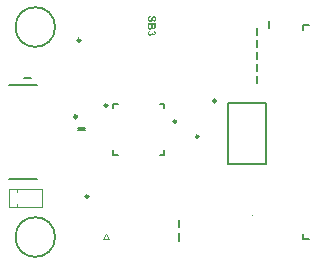
<source format=gto>
G04 Layer_Color=65535*
%FSLAX24Y24*%
%MOIN*%
G70*
G01*
G75*
%ADD10C,0.0060*%
%ADD54C,0.0039*%
%ADD55C,0.0098*%
%ADD56C,0.0040*%
%ADD57C,0.0040*%
%ADD58C,0.0030*%
%ADD59C,0.0079*%
G36*
X5017Y3519D02*
Y3519D01*
Y3518D01*
Y3516D01*
Y3514D01*
Y3512D01*
X5017Y3509D01*
Y3506D01*
X5017Y3502D01*
X5016Y3495D01*
X5016Y3487D01*
X5016Y3484D01*
X5015Y3480D01*
X5015Y3477D01*
X5014Y3474D01*
Y3474D01*
X5014Y3473D01*
Y3473D01*
X5014Y3472D01*
X5014Y3470D01*
X5013Y3469D01*
X5012Y3465D01*
X5011Y3461D01*
X5009Y3457D01*
X5007Y3452D01*
X5004Y3447D01*
Y3447D01*
X5003Y3447D01*
X5003Y3446D01*
X5002Y3445D01*
X5001Y3443D01*
X4998Y3441D01*
X4995Y3437D01*
X4992Y3434D01*
X4987Y3431D01*
X4983Y3428D01*
X4982D01*
X4982Y3427D01*
X4981Y3427D01*
X4980Y3426D01*
X4979Y3426D01*
X4978Y3425D01*
X4976Y3425D01*
X4974Y3424D01*
X4969Y3422D01*
X4964Y3421D01*
X4959Y3420D01*
X4953Y3420D01*
X4951D01*
X4950Y3420D01*
X4948D01*
X4946Y3420D01*
X4944Y3421D01*
X4942Y3421D01*
X4937Y3422D01*
X4931Y3424D01*
X4925Y3426D01*
X4922Y3428D01*
X4920Y3430D01*
X4919Y3430D01*
X4919Y3430D01*
X4918Y3431D01*
X4917Y3431D01*
X4916Y3432D01*
X4914Y3434D01*
X4911Y3436D01*
X4908Y3440D01*
X4904Y3445D01*
X4900Y3450D01*
X4897Y3456D01*
Y3456D01*
X4897Y3455D01*
X4896Y3454D01*
X4896Y3452D01*
X4895Y3450D01*
X4894Y3448D01*
X4893Y3445D01*
X4892Y3442D01*
X4888Y3437D01*
X4886Y3434D01*
X4884Y3431D01*
X4882Y3428D01*
X4880Y3425D01*
X4877Y3423D01*
X4874Y3420D01*
X4874Y3420D01*
X4873Y3419D01*
X4872Y3419D01*
X4871Y3418D01*
X4869Y3417D01*
X4868Y3416D01*
X4865Y3415D01*
X4863Y3414D01*
X4860Y3413D01*
X4857Y3411D01*
X4854Y3410D01*
X4851Y3409D01*
X4847Y3409D01*
X4843Y3408D01*
X4840Y3408D01*
X4836Y3407D01*
X4834D01*
X4833Y3408D01*
X4831D01*
X4829Y3408D01*
X4827Y3408D01*
X4825Y3408D01*
X4820Y3409D01*
X4814Y3411D01*
X4808Y3413D01*
X4801Y3415D01*
X4801D01*
X4801Y3416D01*
X4800Y3416D01*
X4799Y3417D01*
X4797Y3418D01*
X4796Y3419D01*
X4792Y3421D01*
X4788Y3424D01*
X4784Y3428D01*
X4779Y3433D01*
X4775Y3438D01*
Y3438D01*
X4775Y3438D01*
X4774Y3439D01*
X4774Y3440D01*
X4773Y3442D01*
X4772Y3443D01*
X4771Y3445D01*
X4770Y3447D01*
X4769Y3450D01*
X4768Y3452D01*
X4767Y3455D01*
X4766Y3458D01*
X4764Y3465D01*
X4763Y3472D01*
Y3472D01*
Y3473D01*
X4763Y3474D01*
Y3475D01*
X4763Y3477D01*
Y3479D01*
X4763Y3482D01*
X4762Y3485D01*
Y3489D01*
X4762Y3493D01*
X4762Y3498D01*
Y3504D01*
X4762Y3510D01*
Y3518D01*
X4761Y3526D01*
Y3530D01*
Y3534D01*
Y3621D01*
X5017D01*
Y3519D01*
D02*
G37*
G36*
X4835Y3329D02*
X4835D01*
X4834Y3329D01*
X4833D01*
X4832Y3328D01*
X4830Y3328D01*
X4829Y3327D01*
X4825Y3326D01*
X4820Y3325D01*
X4816Y3323D01*
X4811Y3320D01*
X4807Y3317D01*
Y3316D01*
X4807Y3316D01*
X4806Y3316D01*
X4806Y3315D01*
X4804Y3313D01*
X4802Y3310D01*
X4801Y3306D01*
X4799Y3302D01*
X4798Y3298D01*
X4798Y3295D01*
X4798Y3293D01*
Y3292D01*
Y3292D01*
Y3291D01*
X4798Y3290D01*
X4798Y3289D01*
X4798Y3287D01*
X4799Y3284D01*
X4800Y3280D01*
X4802Y3275D01*
X4804Y3273D01*
X4805Y3271D01*
X4807Y3269D01*
X4809Y3267D01*
X4809Y3267D01*
X4810Y3267D01*
X4810Y3266D01*
X4811Y3265D01*
X4812Y3264D01*
X4814Y3264D01*
X4815Y3263D01*
X4817Y3262D01*
X4819Y3261D01*
X4822Y3260D01*
X4824Y3259D01*
X4827Y3258D01*
X4830Y3258D01*
X4833Y3257D01*
X4837Y3257D01*
X4840Y3257D01*
X4842D01*
X4843Y3257D01*
X4845D01*
X4847Y3257D01*
X4851Y3258D01*
X4855Y3259D01*
X4860Y3261D01*
X4865Y3263D01*
X4867Y3265D01*
X4869Y3267D01*
X4870Y3267D01*
X4870Y3267D01*
X4870Y3268D01*
X4871Y3268D01*
X4873Y3270D01*
X4875Y3273D01*
X4877Y3277D01*
X4879Y3281D01*
X4880Y3286D01*
X4880Y3288D01*
X4880Y3291D01*
Y3291D01*
Y3293D01*
X4880Y3294D01*
X4880Y3297D01*
X4880Y3300D01*
X4879Y3304D01*
X4878Y3309D01*
X4877Y3313D01*
X4917Y3308D01*
Y3308D01*
Y3307D01*
Y3306D01*
Y3305D01*
X4917Y3303D01*
Y3301D01*
X4917Y3299D01*
X4917Y3297D01*
X4919Y3292D01*
X4920Y3287D01*
X4922Y3282D01*
X4924Y3280D01*
X4925Y3278D01*
X4925Y3277D01*
X4926Y3277D01*
X4927Y3276D01*
X4929Y3274D01*
X4932Y3272D01*
X4935Y3270D01*
X4939Y3269D01*
X4944Y3267D01*
X4947Y3267D01*
X4950Y3267D01*
X4951D01*
X4952Y3267D01*
X4954Y3267D01*
X4957Y3268D01*
X4960Y3269D01*
X4964Y3270D01*
X4967Y3272D01*
X4970Y3275D01*
X4971Y3275D01*
X4971Y3276D01*
X4973Y3278D01*
X4974Y3280D01*
X4975Y3283D01*
X4977Y3286D01*
X4977Y3290D01*
X4978Y3295D01*
Y3295D01*
Y3296D01*
Y3296D01*
X4978Y3297D01*
X4977Y3300D01*
X4977Y3302D01*
X4976Y3306D01*
X4974Y3310D01*
X4972Y3313D01*
X4969Y3317D01*
X4969Y3317D01*
X4967Y3318D01*
X4966Y3320D01*
X4963Y3321D01*
X4959Y3323D01*
X4955Y3325D01*
X4950Y3326D01*
X4944Y3327D01*
X4951Y3372D01*
X4951D01*
X4952Y3372D01*
X4953Y3372D01*
X4955Y3372D01*
X4957Y3371D01*
X4959Y3371D01*
X4962Y3370D01*
X4964Y3369D01*
X4971Y3367D01*
X4977Y3364D01*
X4983Y3362D01*
X4985Y3360D01*
X4988Y3358D01*
X4988Y3358D01*
X4989Y3358D01*
X4989Y3357D01*
X4990Y3357D01*
X4992Y3356D01*
X4993Y3354D01*
X4996Y3352D01*
X5000Y3348D01*
X5003Y3343D01*
X5007Y3338D01*
X5010Y3332D01*
Y3332D01*
X5010Y3331D01*
X5011Y3330D01*
X5011Y3329D01*
X5012Y3327D01*
X5013Y3325D01*
X5013Y3323D01*
X5014Y3321D01*
X5015Y3318D01*
X5016Y3315D01*
X5017Y3309D01*
X5018Y3301D01*
X5018Y3294D01*
Y3294D01*
Y3293D01*
Y3292D01*
X5018Y3290D01*
X5018Y3288D01*
X5018Y3285D01*
X5017Y3281D01*
X5016Y3277D01*
X5015Y3273D01*
X5014Y3268D01*
X5013Y3264D01*
X5011Y3259D01*
X5008Y3254D01*
X5006Y3249D01*
X5003Y3245D01*
X4999Y3240D01*
X4995Y3236D01*
X4995Y3236D01*
X4994Y3235D01*
X4993Y3234D01*
X4992Y3233D01*
X4990Y3232D01*
X4988Y3230D01*
X4985Y3229D01*
X4983Y3227D01*
X4980Y3225D01*
X4976Y3223D01*
X4973Y3222D01*
X4969Y3221D01*
X4965Y3220D01*
X4961Y3219D01*
X4957Y3218D01*
X4952Y3218D01*
X4951D01*
X4949Y3218D01*
X4947Y3218D01*
X4944Y3219D01*
X4941Y3220D01*
X4937Y3221D01*
X4933Y3222D01*
X4929Y3224D01*
X4925Y3227D01*
X4920Y3230D01*
X4916Y3233D01*
X4911Y3238D01*
X4907Y3243D01*
X4903Y3248D01*
X4901Y3251D01*
X4899Y3255D01*
Y3254D01*
X4899Y3254D01*
X4898Y3253D01*
X4898Y3251D01*
X4897Y3249D01*
X4896Y3247D01*
X4895Y3245D01*
X4894Y3242D01*
X4893Y3239D01*
X4892Y3237D01*
X4890Y3234D01*
X4888Y3231D01*
X4886Y3228D01*
X4883Y3225D01*
X4881Y3222D01*
X4878Y3220D01*
X4878Y3220D01*
X4877Y3219D01*
X4876Y3218D01*
X4875Y3218D01*
X4873Y3217D01*
X4871Y3216D01*
X4869Y3214D01*
X4867Y3213D01*
X4864Y3212D01*
X4861Y3211D01*
X4858Y3210D01*
X4854Y3208D01*
X4850Y3208D01*
X4846Y3207D01*
X4842Y3207D01*
X4838Y3206D01*
X4837D01*
X4835Y3207D01*
X4832Y3207D01*
X4830Y3207D01*
X4826Y3208D01*
X4822Y3208D01*
X4818Y3210D01*
X4814Y3211D01*
X4809Y3212D01*
X4805Y3215D01*
X4800Y3217D01*
X4795Y3220D01*
X4790Y3223D01*
X4785Y3227D01*
X4781Y3231D01*
X4781Y3231D01*
X4780Y3232D01*
X4779Y3234D01*
X4777Y3236D01*
X4775Y3238D01*
X4773Y3241D01*
X4771Y3244D01*
X4769Y3248D01*
X4767Y3252D01*
X4765Y3257D01*
X4763Y3262D01*
X4761Y3267D01*
X4759Y3273D01*
X4758Y3279D01*
X4757Y3286D01*
X4757Y3292D01*
Y3293D01*
Y3294D01*
X4757Y3296D01*
X4758Y3298D01*
X4758Y3301D01*
X4758Y3304D01*
X4759Y3308D01*
X4760Y3312D01*
X4761Y3317D01*
X4762Y3321D01*
X4764Y3326D01*
X4765Y3331D01*
X4768Y3336D01*
X4770Y3341D01*
X4773Y3345D01*
X4777Y3350D01*
X4777Y3350D01*
X4778Y3351D01*
X4779Y3352D01*
X4780Y3353D01*
X4782Y3355D01*
X4785Y3357D01*
X4788Y3359D01*
X4791Y3362D01*
X4795Y3364D01*
X4798Y3366D01*
X4803Y3368D01*
X4807Y3371D01*
X4812Y3372D01*
X4818Y3374D01*
X4823Y3375D01*
X4829Y3376D01*
X4835Y3329D01*
D02*
G37*
G36*
X4849Y3823D02*
X4849D01*
X4848Y3823D01*
X4847Y3822D01*
X4845Y3822D01*
X4843Y3821D01*
X4841Y3821D01*
X4838Y3820D01*
X4835Y3819D01*
X4829Y3816D01*
X4823Y3813D01*
X4820Y3811D01*
X4817Y3809D01*
X4815Y3807D01*
X4812Y3804D01*
X4812Y3804D01*
X4812Y3804D01*
X4811Y3803D01*
X4810Y3802D01*
X4810Y3800D01*
X4808Y3799D01*
X4807Y3797D01*
X4806Y3794D01*
X4805Y3792D01*
X4804Y3789D01*
X4803Y3786D01*
X4802Y3783D01*
X4801Y3779D01*
X4801Y3775D01*
X4801Y3771D01*
X4800Y3767D01*
Y3767D01*
Y3766D01*
Y3764D01*
X4801Y3763D01*
X4801Y3761D01*
X4801Y3758D01*
X4801Y3756D01*
X4802Y3753D01*
X4803Y3747D01*
X4805Y3741D01*
X4806Y3737D01*
X4807Y3735D01*
X4809Y3732D01*
X4811Y3729D01*
X4811Y3729D01*
X4811Y3729D01*
X4812Y3728D01*
X4813Y3727D01*
X4815Y3725D01*
X4818Y3723D01*
X4821Y3721D01*
X4826Y3719D01*
X4828Y3718D01*
X4830Y3717D01*
X4833Y3717D01*
X4836Y3717D01*
X4837D01*
X4839Y3717D01*
X4841Y3717D01*
X4843Y3718D01*
X4846Y3719D01*
X4848Y3720D01*
X4851Y3722D01*
X4851Y3722D01*
X4852Y3723D01*
X4853Y3725D01*
X4855Y3726D01*
X4857Y3729D01*
X4858Y3732D01*
X4860Y3736D01*
X4862Y3741D01*
Y3741D01*
X4862Y3741D01*
X4863Y3742D01*
X4863Y3742D01*
X4863Y3744D01*
X4864Y3745D01*
X4864Y3747D01*
X4865Y3749D01*
X4865Y3752D01*
X4866Y3755D01*
X4867Y3758D01*
X4868Y3762D01*
X4869Y3766D01*
X4870Y3771D01*
X4872Y3776D01*
X4873Y3782D01*
Y3782D01*
X4873Y3782D01*
Y3783D01*
X4874Y3784D01*
X4874Y3786D01*
X4875Y3789D01*
X4876Y3792D01*
X4877Y3796D01*
X4879Y3800D01*
X4880Y3805D01*
X4884Y3814D01*
X4888Y3824D01*
X4891Y3829D01*
X4893Y3833D01*
X4896Y3837D01*
X4899Y3840D01*
X4899Y3840D01*
X4900Y3841D01*
X4901Y3842D01*
X4902Y3844D01*
X4904Y3846D01*
X4907Y3848D01*
X4910Y3850D01*
X4913Y3852D01*
X4917Y3854D01*
X4920Y3856D01*
X4925Y3858D01*
X4929Y3860D01*
X4934Y3862D01*
X4939Y3863D01*
X4945Y3863D01*
X4950Y3864D01*
X4952D01*
X4953Y3863D01*
X4955Y3863D01*
X4957Y3863D01*
X4960Y3863D01*
X4962Y3862D01*
X4968Y3861D01*
X4974Y3859D01*
X4977Y3858D01*
X4980Y3856D01*
X4983Y3855D01*
X4987Y3853D01*
X4987Y3852D01*
X4987Y3852D01*
X4988Y3851D01*
X4989Y3851D01*
X4991Y3850D01*
X4992Y3848D01*
X4994Y3846D01*
X4996Y3845D01*
X4998Y3842D01*
X5000Y3840D01*
X5003Y3837D01*
X5005Y3835D01*
X5007Y3831D01*
X5009Y3828D01*
X5011Y3825D01*
X5013Y3821D01*
X5013Y3821D01*
X5013Y3820D01*
X5013Y3819D01*
X5014Y3817D01*
X5015Y3815D01*
X5015Y3813D01*
X5016Y3810D01*
X5017Y3807D01*
X5018Y3803D01*
X5019Y3799D01*
X5019Y3795D01*
X5020Y3791D01*
X5021Y3786D01*
X5021Y3781D01*
X5021Y3776D01*
Y3771D01*
Y3770D01*
Y3770D01*
Y3769D01*
Y3768D01*
Y3767D01*
X5021Y3766D01*
X5021Y3763D01*
X5021Y3759D01*
X5020Y3754D01*
X5020Y3749D01*
X5019Y3743D01*
X5018Y3738D01*
X5016Y3732D01*
X5015Y3726D01*
X5013Y3720D01*
X5010Y3714D01*
X5007Y3708D01*
X5004Y3703D01*
X5000Y3698D01*
X5000Y3698D01*
X4999Y3697D01*
X4998Y3696D01*
X4997Y3694D01*
X4994Y3692D01*
X4992Y3690D01*
X4989Y3688D01*
X4985Y3686D01*
X4982Y3683D01*
X4977Y3681D01*
X4973Y3679D01*
X4968Y3677D01*
X4962Y3675D01*
X4957Y3674D01*
X4951Y3673D01*
X4944Y3672D01*
X4942Y3724D01*
X4942D01*
X4943Y3724D01*
X4944Y3724D01*
X4945Y3725D01*
X4947Y3725D01*
X4948Y3726D01*
X4953Y3727D01*
X4957Y3729D01*
X4962Y3731D01*
X4966Y3735D01*
X4968Y3736D01*
X4970Y3738D01*
X4970Y3738D01*
X4971Y3739D01*
X4971Y3739D01*
X4972Y3740D01*
X4972Y3741D01*
X4973Y3743D01*
X4974Y3744D01*
X4974Y3746D01*
X4975Y3749D01*
X4976Y3751D01*
X4977Y3754D01*
X4977Y3757D01*
X4978Y3760D01*
X4978Y3763D01*
X4979Y3767D01*
Y3771D01*
Y3771D01*
Y3772D01*
Y3773D01*
X4979Y3775D01*
Y3777D01*
X4978Y3779D01*
X4978Y3781D01*
X4978Y3784D01*
X4977Y3789D01*
X4975Y3795D01*
X4973Y3801D01*
X4971Y3804D01*
X4969Y3806D01*
X4969Y3807D01*
X4968Y3808D01*
X4967Y3809D01*
X4965Y3810D01*
X4963Y3812D01*
X4960Y3813D01*
X4957Y3814D01*
X4954Y3814D01*
X4953D01*
X4952Y3814D01*
X4950Y3814D01*
X4948Y3813D01*
X4946Y3813D01*
X4943Y3811D01*
X4941Y3809D01*
X4938Y3807D01*
Y3807D01*
X4938Y3806D01*
X4937Y3806D01*
X4937Y3805D01*
X4936Y3804D01*
X4935Y3802D01*
X4934Y3800D01*
X4933Y3797D01*
X4932Y3794D01*
X4930Y3791D01*
X4929Y3787D01*
X4927Y3783D01*
X4926Y3778D01*
X4924Y3772D01*
X4922Y3766D01*
X4921Y3759D01*
Y3759D01*
Y3759D01*
X4920Y3758D01*
X4920Y3756D01*
X4919Y3753D01*
X4919Y3750D01*
X4917Y3747D01*
X4916Y3743D01*
X4915Y3738D01*
X4914Y3734D01*
X4912Y3729D01*
X4909Y3720D01*
X4908Y3716D01*
X4906Y3711D01*
X4904Y3707D01*
X4902Y3704D01*
X4902Y3704D01*
X4902Y3703D01*
X4901Y3702D01*
X4901Y3701D01*
X4900Y3699D01*
X4899Y3697D01*
X4896Y3693D01*
X4892Y3689D01*
X4888Y3684D01*
X4882Y3680D01*
X4877Y3675D01*
X4876Y3675D01*
X4876Y3675D01*
X4875Y3674D01*
X4874Y3674D01*
X4872Y3673D01*
X4870Y3672D01*
X4868Y3671D01*
X4865Y3670D01*
X4862Y3669D01*
X4859Y3668D01*
X4856Y3668D01*
X4852Y3667D01*
X4849Y3666D01*
X4844Y3665D01*
X4840Y3665D01*
X4836Y3665D01*
X4834D01*
X4832Y3665D01*
X4830Y3665D01*
X4828Y3666D01*
X4825Y3666D01*
X4822Y3666D01*
X4819Y3667D01*
X4816Y3668D01*
X4812Y3669D01*
X4809Y3670D01*
X4805Y3672D01*
X4802Y3673D01*
X4798Y3675D01*
X4794Y3677D01*
X4794Y3678D01*
X4794Y3678D01*
X4792Y3679D01*
X4791Y3680D01*
X4790Y3681D01*
X4788Y3682D01*
X4786Y3684D01*
X4784Y3686D01*
X4781Y3689D01*
X4779Y3691D01*
X4777Y3694D01*
X4774Y3697D01*
X4772Y3700D01*
X4770Y3704D01*
X4768Y3708D01*
X4766Y3712D01*
Y3712D01*
X4765Y3713D01*
X4765Y3714D01*
X4764Y3716D01*
X4764Y3718D01*
X4763Y3721D01*
X4762Y3724D01*
X4761Y3727D01*
X4760Y3731D01*
X4760Y3735D01*
X4759Y3740D01*
X4758Y3745D01*
X4758Y3750D01*
X4757Y3756D01*
X4757Y3761D01*
X4757Y3767D01*
Y3768D01*
Y3768D01*
Y3769D01*
Y3769D01*
Y3771D01*
X4757Y3772D01*
X4757Y3775D01*
X4757Y3779D01*
X4758Y3784D01*
X4759Y3789D01*
X4760Y3795D01*
X4761Y3801D01*
X4762Y3807D01*
X4764Y3813D01*
X4766Y3819D01*
X4769Y3825D01*
X4772Y3831D01*
X4775Y3837D01*
X4779Y3842D01*
X4779Y3842D01*
X4780Y3843D01*
X4781Y3844D01*
X4783Y3846D01*
X4786Y3848D01*
X4789Y3850D01*
X4792Y3853D01*
X4796Y3855D01*
X4800Y3858D01*
X4805Y3861D01*
X4810Y3863D01*
X4816Y3866D01*
X4823Y3868D01*
X4830Y3870D01*
X4837Y3872D01*
X4845Y3873D01*
X4849Y3823D01*
D02*
G37*
%LPC*%
G36*
X4974Y3570D02*
X4915D01*
Y3536D01*
Y3536D01*
Y3535D01*
Y3533D01*
Y3531D01*
Y3529D01*
Y3526D01*
Y3523D01*
X4916Y3520D01*
Y3514D01*
Y3510D01*
X4916Y3507D01*
Y3505D01*
X4916Y3502D01*
Y3500D01*
X4916Y3498D01*
Y3498D01*
Y3498D01*
X4916Y3497D01*
X4917Y3496D01*
X4917Y3494D01*
X4918Y3491D01*
X4919Y3487D01*
X4921Y3484D01*
X4923Y3481D01*
X4925Y3478D01*
X4926Y3477D01*
X4927Y3476D01*
X4928Y3475D01*
X4931Y3474D01*
X4933Y3472D01*
X4937Y3471D01*
X4941Y3470D01*
X4945Y3470D01*
X4947D01*
X4950Y3470D01*
X4952Y3471D01*
X4955Y3472D01*
X4958Y3473D01*
X4962Y3474D01*
X4964Y3477D01*
X4965Y3477D01*
X4966Y3478D01*
X4967Y3479D01*
X4968Y3481D01*
X4970Y3484D01*
X4971Y3488D01*
X4973Y3492D01*
X4973Y3496D01*
Y3497D01*
Y3497D01*
X4974Y3498D01*
Y3499D01*
X4974Y3501D01*
Y3502D01*
X4974Y3504D01*
Y3507D01*
Y3510D01*
X4974Y3514D01*
Y3518D01*
X4974Y3523D01*
Y3528D01*
Y3534D01*
Y3540D01*
Y3570D01*
D02*
G37*
G36*
X4873D02*
X4805D01*
Y3522D01*
Y3522D01*
Y3521D01*
Y3519D01*
Y3518D01*
Y3515D01*
Y3513D01*
X4805Y3510D01*
Y3507D01*
X4805Y3501D01*
X4805Y3495D01*
X4806Y3493D01*
X4806Y3490D01*
X4806Y3488D01*
X4806Y3487D01*
Y3486D01*
X4806Y3486D01*
Y3486D01*
X4807Y3485D01*
X4807Y3483D01*
X4808Y3480D01*
X4810Y3477D01*
X4811Y3474D01*
X4814Y3471D01*
X4816Y3468D01*
X4817Y3467D01*
X4818Y3467D01*
X4820Y3466D01*
X4822Y3464D01*
X4825Y3463D01*
X4829Y3462D01*
X4833Y3461D01*
X4838Y3461D01*
X4840D01*
X4842Y3461D01*
X4845Y3461D01*
X4848Y3462D01*
X4851Y3463D01*
X4854Y3464D01*
X4857Y3466D01*
X4858Y3466D01*
X4859Y3467D01*
X4860Y3468D01*
X4862Y3470D01*
X4864Y3473D01*
X4866Y3475D01*
X4867Y3479D01*
X4869Y3482D01*
Y3483D01*
X4869Y3483D01*
X4869Y3484D01*
X4870Y3485D01*
X4870Y3486D01*
X4870Y3488D01*
X4870Y3490D01*
X4871Y3492D01*
X4871Y3495D01*
X4872Y3498D01*
X4872Y3502D01*
X4872Y3506D01*
X4872Y3511D01*
X4873Y3516D01*
X4873Y3522D01*
Y3528D01*
Y3570D01*
D02*
G37*
%LPD*%
D10*
X1660Y3500D02*
G03*
X1660Y3500I-660J0D01*
G01*
Y-3500D02*
G03*
X1660Y-3500I-660J0D01*
G01*
X8778Y3452D02*
Y3688D01*
D54*
X8262Y-2772D02*
G03*
X8262Y-2772I-20J0D01*
G01*
X6065Y3967D02*
G03*
X6065Y3967I-20J0D01*
G01*
X1397Y2536D02*
G03*
X1397Y2536I-20J0D01*
G01*
D55*
X2395Y512D02*
G03*
X2395Y512I-49J0D01*
G01*
X2506Y3059D02*
G03*
X2506Y3059I-49J0D01*
G01*
X5689Y350D02*
G03*
X5689Y350I-39J0D01*
G01*
X7026Y1035D02*
G03*
X7026Y1035I-49J0D01*
G01*
X3403Y888D02*
G03*
X3403Y888I-49J0D01*
G01*
X6439Y-150D02*
G03*
X6439Y-150I-39J0D01*
G01*
X2769Y-2150D02*
G03*
X2769Y-2150I-39J0D01*
G01*
D56*
X391Y-2496D02*
Y-2400D01*
Y-1996D02*
Y-1900D01*
D57*
X141Y-2500D02*
Y-1900D01*
X1241Y-2500D02*
Y-1900D01*
X141Y-2500D02*
X1241D01*
X141Y-1900D02*
X1241D01*
D58*
X3350Y-3400D02*
X3450Y-3550D01*
X3250D02*
X3450D01*
X3250D02*
X3350Y-3400D01*
D59*
X118Y1583D02*
X1047D01*
X118D02*
X402D01*
X118Y-1583D02*
X1047D01*
X8403Y2832D02*
Y3068D01*
X9913Y-3583D02*
Y-3386D01*
Y3386D02*
Y3583D01*
X9914Y-3583D02*
X10135D01*
X9914Y3583D02*
X10135D01*
X7420Y-1054D02*
X8680D01*
X7420Y954D02*
X8680D01*
Y-1054D02*
Y954D01*
X7420Y-1054D02*
Y954D01*
X3609Y797D02*
Y947D01*
X3759D01*
X5157D02*
X5306D01*
Y797D02*
Y947D01*
Y-750D02*
Y-600D01*
X5157Y-750D02*
X5306D01*
X3609D02*
Y-600D01*
Y-750D02*
X3759D01*
X5799Y-3168D02*
Y-2932D01*
X8403Y2032D02*
Y2268D01*
X2432Y143D02*
X2668D01*
X2432Y57D02*
X2668D01*
X5799Y-3618D02*
Y-3382D01*
X632Y1804D02*
X868D01*
X8403Y3232D02*
Y3468D01*
Y1632D02*
Y1868D01*
Y2432D02*
Y2668D01*
M02*

</source>
